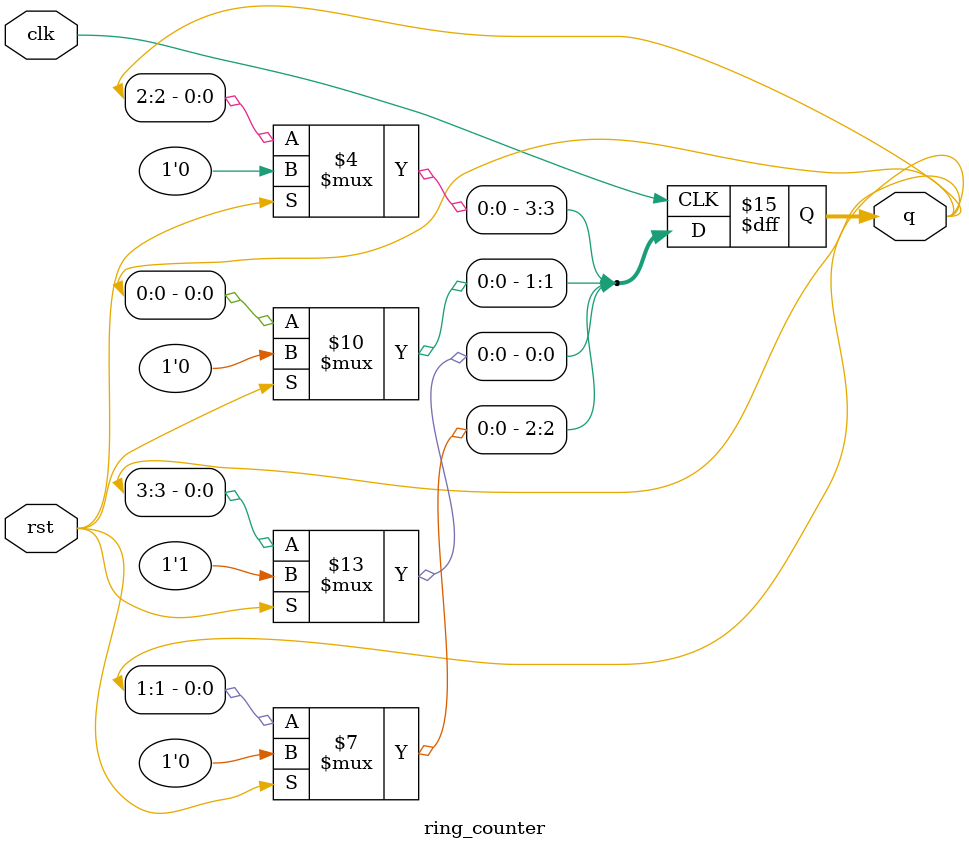
<source format=v>
`timescale 1ns / 1ps


module ring_counter(
    input clk,
    input rst,
    output reg [3:0] q
    ); 
   
     always @(posedge clk)
     begin
          if(rst==1)
             
              q <= 4'b0001;
             
           else
               begin
                   q[0]<=q[3];
                   q[1]<=q[0];
                   q[2]<=q[1];
                   q[3]<=q[2];
               end
    end
endmodule

</source>
